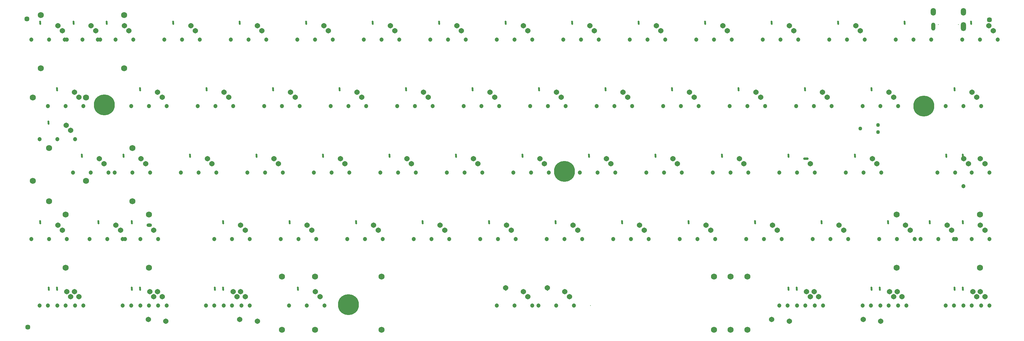
<source format=gbs>
G04*
G04 #@! TF.GenerationSoftware,Altium Limited,Altium Designer,23.6.0 (18)*
G04*
G04 Layer_Color=16711935*
%FSLAX25Y25*%
%MOIN*%
G70*
G04*
G04 #@! TF.SameCoordinates,B66D48C5-E07E-4974-9F6D-D9774B8395A7*
G04*
G04*
G04 #@! TF.FilePolarity,Negative*
G04*
G01*
G75*
%ADD24C,0.03937*%
%ADD53C,0.04737*%
%ADD55C,0.00800*%
%ADD57C,0.06800*%
%ADD58C,0.23622*%
%ADD59C,0.04343*%
%ADD60O,0.04737X0.09068*%
%ADD61O,0.05918X0.08674*%
%ADD66C,0.05701*%
%ADD88C,0.06063*%
G04:AMPARAMS|DCode=89|XSize=47.24mil|YSize=21.26mil|CornerRadius=0mil|HoleSize=0mil|Usage=FLASHONLY|Rotation=95.000|XOffset=0mil|YOffset=0mil|HoleType=Round|Shape=Round|*
%AMOVALD89*
21,1,0.02598,0.02126,0.00000,0.00000,95.0*
1,1,0.02126,0.00113,-0.01294*
1,1,0.02126,-0.00113,0.01294*
%
%ADD89OVALD89*%

%ADD90O,0.06063X0.03937*%
%ADD91O,0.05918X0.10249*%
%ADD92O,0.06063X0.02953*%
D24*
X992717Y-82874D02*
D03*
X980906D02*
D03*
X986811D02*
D03*
X980906Y-67126D02*
D03*
X992717D02*
D03*
X986811D02*
D03*
X587157Y-156697D02*
D03*
X575347D02*
D03*
X581252D02*
D03*
X575347Y-140949D02*
D03*
X587157D02*
D03*
X581252D02*
D03*
X343429Y-306949D02*
D03*
X331618D02*
D03*
X337524D02*
D03*
X331618Y-291201D02*
D03*
X343429D02*
D03*
X337524D02*
D03*
X68110Y-81496D02*
D03*
X56299D02*
D03*
X62205D02*
D03*
X56299Y-65748D02*
D03*
X68110D02*
D03*
X62205D02*
D03*
D53*
X591877Y-300000D02*
D03*
X551877D02*
D03*
X571877D02*
D03*
X545002D02*
D03*
X505002D02*
D03*
X525002D02*
D03*
X45630Y-225000D02*
D03*
X85630D02*
D03*
X83130D02*
D03*
X123130D02*
D03*
X65630D02*
D03*
X103130D02*
D03*
X1003125D02*
D03*
X1040625D02*
D03*
X1060625D02*
D03*
X1020625D02*
D03*
X1023125D02*
D03*
X983125D02*
D03*
X9331Y-112480D02*
D03*
X-10669D02*
D03*
X29331D02*
D03*
X26850Y-150000D02*
D03*
X66850D02*
D03*
X46850D02*
D03*
X1001875D02*
D03*
X1060625D02*
D03*
X1040625D02*
D03*
X1021875D02*
D03*
X37500Y0D02*
D03*
X0D02*
D03*
X57500D02*
D03*
X17500D02*
D03*
X20000D02*
D03*
X-20000D02*
D03*
X976250Y-225000D02*
D03*
X936250D02*
D03*
X956250D02*
D03*
X112502Y-300000D02*
D03*
X123127D02*
D03*
X83127D02*
D03*
X132502D02*
D03*
X92502D02*
D03*
X103127D02*
D03*
X937502D02*
D03*
X946877D02*
D03*
X926877D02*
D03*
X966877D02*
D03*
X917502D02*
D03*
X957502D02*
D03*
X9377D02*
D03*
X-10623D02*
D03*
X29377D02*
D03*
X18752D02*
D03*
X-1248D02*
D03*
X38752D02*
D03*
X18752D02*
D03*
X9377D02*
D03*
X196877D02*
D03*
X176877D02*
D03*
X216877D02*
D03*
X206252D02*
D03*
X186252D02*
D03*
X226252D02*
D03*
X206252D02*
D03*
X196877D02*
D03*
X863752D02*
D03*
X823752D02*
D03*
X873127D02*
D03*
X833127D02*
D03*
X843752D02*
D03*
X853127D02*
D03*
X1051250D02*
D03*
X1011250D02*
D03*
X1060625D02*
D03*
X1020625D02*
D03*
X1031250D02*
D03*
X1040625D02*
D03*
X18750Y-75000D02*
D03*
X-1250D02*
D03*
X38750D02*
D03*
X1031468Y-165327D02*
D03*
X226251Y-225000D02*
D03*
X186251D02*
D03*
X206251D02*
D03*
X301251D02*
D03*
X261251D02*
D03*
X281251D02*
D03*
X376252D02*
D03*
X336252D02*
D03*
X356252D02*
D03*
X451251D02*
D03*
X411251D02*
D03*
X431251D02*
D03*
X526251D02*
D03*
X486251D02*
D03*
X506251D02*
D03*
X601251D02*
D03*
X561251D02*
D03*
X581251D02*
D03*
X676251D02*
D03*
X636251D02*
D03*
X656251D02*
D03*
X751251D02*
D03*
X711251D02*
D03*
X731251D02*
D03*
X826251D02*
D03*
X786251D02*
D03*
X806251D02*
D03*
X901251D02*
D03*
X861251D02*
D03*
X881251D02*
D03*
X310625Y-300000D02*
D03*
X270625D02*
D03*
X290625D02*
D03*
X188750Y-150000D02*
D03*
X148750D02*
D03*
X168750D02*
D03*
X263750D02*
D03*
X223750D02*
D03*
X243750D02*
D03*
X338750D02*
D03*
X298750D02*
D03*
X318750D02*
D03*
X413750D02*
D03*
X373750D02*
D03*
X393750D02*
D03*
X488750D02*
D03*
X448750D02*
D03*
X468750D02*
D03*
X563750D02*
D03*
X523750D02*
D03*
X543750D02*
D03*
X638750D02*
D03*
X598750D02*
D03*
X618750D02*
D03*
X713750D02*
D03*
X673750D02*
D03*
X693750D02*
D03*
X788750D02*
D03*
X748750D02*
D03*
X768750D02*
D03*
X863750D02*
D03*
X823750D02*
D03*
X843750D02*
D03*
X20000Y-225000D02*
D03*
X-20000D02*
D03*
X0D02*
D03*
X938750Y-150000D02*
D03*
X898750D02*
D03*
X918750D02*
D03*
X113850D02*
D03*
X73850D02*
D03*
X93850D02*
D03*
X132500Y-75000D02*
D03*
X92500D02*
D03*
X112500D02*
D03*
X207500D02*
D03*
X167500D02*
D03*
X187500D02*
D03*
X282500D02*
D03*
X242500D02*
D03*
X262500D02*
D03*
X357500D02*
D03*
X317500D02*
D03*
X337500D02*
D03*
X432500D02*
D03*
X392500D02*
D03*
X412500D02*
D03*
X582500D02*
D03*
X542500D02*
D03*
X562500D02*
D03*
X732500D02*
D03*
X692500D02*
D03*
X712500D02*
D03*
X807500D02*
D03*
X767500D02*
D03*
X787500D02*
D03*
X882500D02*
D03*
X842500D02*
D03*
X862500D02*
D03*
X1051250D02*
D03*
X1011250D02*
D03*
X1031250D02*
D03*
X507500D02*
D03*
X467500D02*
D03*
X487500D02*
D03*
X657500D02*
D03*
X617500D02*
D03*
X637500D02*
D03*
X957500D02*
D03*
X917500D02*
D03*
X937500D02*
D03*
X95000Y0D02*
D03*
X55000D02*
D03*
X75000D02*
D03*
X170000D02*
D03*
X130000D02*
D03*
X150000D02*
D03*
X245000D02*
D03*
X205000D02*
D03*
X225000D02*
D03*
X320000D02*
D03*
X280000D02*
D03*
X300000D02*
D03*
X395000D02*
D03*
X355000D02*
D03*
X375000D02*
D03*
X470000D02*
D03*
X430000D02*
D03*
X450000D02*
D03*
X545000D02*
D03*
X505000D02*
D03*
X525000D02*
D03*
X620000D02*
D03*
X580000D02*
D03*
X600000D02*
D03*
X695000D02*
D03*
X655000D02*
D03*
X675000D02*
D03*
X770000D02*
D03*
X730000D02*
D03*
X750000D02*
D03*
X845000D02*
D03*
X805000D02*
D03*
X825000D02*
D03*
X920000D02*
D03*
X880000D02*
D03*
X900000D02*
D03*
X995000D02*
D03*
X955000D02*
D03*
X975000D02*
D03*
X1070000D02*
D03*
X1030000D02*
D03*
X1050000D02*
D03*
X551877Y-300000D02*
D03*
X545002D02*
D03*
X525002D02*
D03*
X505002D02*
D03*
X571877D02*
D03*
D55*
X590657D02*
D03*
X1002992Y16850D02*
D03*
X1025748D02*
D03*
X610656Y-300000D02*
D03*
D57*
X112630Y-197500D02*
D03*
Y-257500D02*
D03*
X18630D02*
D03*
Y-197500D02*
D03*
X1050125D02*
D03*
Y-257500D02*
D03*
X956125D02*
D03*
Y-197500D02*
D03*
X-18169Y-65480D02*
D03*
X41831D02*
D03*
Y-159480D02*
D03*
X-18169D02*
D03*
X-150Y-122500D02*
D03*
Y-182500D02*
D03*
X93850D02*
D03*
Y-122500D02*
D03*
X-9500Y27500D02*
D03*
Y-32500D02*
D03*
X84500D02*
D03*
Y27500D02*
D03*
X262502Y-327500D02*
D03*
Y-267500D02*
D03*
X787502D02*
D03*
Y-327500D02*
D03*
X768742D02*
D03*
Y-267500D02*
D03*
X375041D02*
D03*
Y-327500D02*
D03*
X750002D02*
D03*
Y-267500D02*
D03*
X300002Y-327500D02*
D03*
Y-267500D02*
D03*
D58*
X986811Y-75000D02*
D03*
X581252Y-148823D02*
D03*
X337524Y-299075D02*
D03*
X62205Y-73622D02*
D03*
D59*
X915024Y-100279D02*
D03*
X935024Y-96280D02*
D03*
Y-104279D02*
D03*
D60*
X997362Y14764D02*
D03*
D61*
X1031378Y31220D02*
D03*
X997362D02*
D03*
D66*
X-23976Y-324279D02*
D03*
X-24976Y23221D02*
D03*
X1060524Y22220D02*
D03*
D88*
X586877Y-290000D02*
D03*
X581719Y-284252D02*
D03*
X937967Y-317717D02*
D03*
X918283Y-315748D02*
D03*
X234842Y-317717D02*
D03*
X215158Y-315748D02*
D03*
X131718Y-317717D02*
D03*
X112032Y-315748D02*
D03*
X834842Y-317717D02*
D03*
X815158Y-315748D02*
D03*
X540002Y-290000D02*
D03*
X534844Y-284252D02*
D03*
X75472Y-209252D02*
D03*
X80630Y-215000D02*
D03*
X118130D02*
D03*
X1055625D02*
D03*
X1050467Y-209252D02*
D03*
X1018125Y-215000D02*
D03*
X1012967Y-209252D02*
D03*
X19173Y-96732D02*
D03*
X24331Y-102480D02*
D03*
X56693Y-134252D02*
D03*
X61850Y-140000D02*
D03*
X1036875D02*
D03*
X1031717Y-134252D02*
D03*
X1050467D02*
D03*
X1055625Y-140000D02*
D03*
X52500Y10000D02*
D03*
X47343Y15748D02*
D03*
X15000Y10000D02*
D03*
X9843Y15748D02*
D03*
X971250Y-215000D02*
D03*
X966092Y-209252D02*
D03*
X127502Y-290000D02*
D03*
X118127D02*
D03*
X113757Y-284252D02*
D03*
X122345D02*
D03*
X956719D02*
D03*
X961877Y-290000D02*
D03*
X948132Y-284252D02*
D03*
X952502Y-290000D02*
D03*
X20007Y-284252D02*
D03*
X24377Y-290000D02*
D03*
X28594Y-284252D02*
D03*
X33752Y-290000D02*
D03*
X207507Y-284252D02*
D03*
X211877Y-290000D02*
D03*
X216094Y-284252D02*
D03*
X221252Y-290000D02*
D03*
X858752D02*
D03*
X854382Y-284252D02*
D03*
X868127Y-290000D02*
D03*
X862969Y-284252D02*
D03*
X1046250Y-290000D02*
D03*
X1041880Y-284252D02*
D03*
X1055625Y-290000D02*
D03*
X1050467Y-284252D02*
D03*
X28593Y-59252D02*
D03*
X33750Y-65000D02*
D03*
X221251Y-215000D02*
D03*
X216093Y-209252D02*
D03*
X296251Y-215000D02*
D03*
X291093Y-209252D02*
D03*
X371252Y-215000D02*
D03*
X366094Y-209252D02*
D03*
X446251Y-215000D02*
D03*
X441093Y-209252D02*
D03*
X521251Y-215000D02*
D03*
X516093Y-209252D02*
D03*
X596251Y-215000D02*
D03*
X591093Y-209252D02*
D03*
X671251Y-215000D02*
D03*
X666093Y-209252D02*
D03*
X746251Y-215000D02*
D03*
X741093Y-209252D02*
D03*
X821251Y-215000D02*
D03*
X816094Y-209252D02*
D03*
X896251Y-215000D02*
D03*
X891094Y-209252D02*
D03*
X305625Y-290000D02*
D03*
X300467Y-284252D02*
D03*
X183750Y-140000D02*
D03*
X178593Y-134252D02*
D03*
X258750Y-140000D02*
D03*
X253592Y-134252D02*
D03*
X333750Y-140000D02*
D03*
X328592Y-134252D02*
D03*
X408750Y-140000D02*
D03*
X403592Y-134252D02*
D03*
X483750Y-140000D02*
D03*
X478592Y-134252D02*
D03*
X558750Y-140000D02*
D03*
X553592Y-134252D02*
D03*
X633750Y-140000D02*
D03*
X628592Y-134252D02*
D03*
X708750Y-140000D02*
D03*
X703592Y-134252D02*
D03*
X783750Y-140000D02*
D03*
X778592Y-134252D02*
D03*
X858750Y-140000D02*
D03*
X15000Y-215000D02*
D03*
X9843Y-209252D02*
D03*
X933750Y-140000D02*
D03*
X928592Y-134252D02*
D03*
X108850Y-140000D02*
D03*
X103693Y-134252D02*
D03*
X127500Y-65000D02*
D03*
X122343Y-59252D02*
D03*
X202500Y-65000D02*
D03*
X197343Y-59252D02*
D03*
X277500Y-65000D02*
D03*
X272342Y-59252D02*
D03*
X352500Y-65000D02*
D03*
X347342Y-59252D02*
D03*
X427500Y-65000D02*
D03*
X422342Y-59252D02*
D03*
X577500Y-65000D02*
D03*
X572342Y-59252D02*
D03*
X727500Y-65000D02*
D03*
X722342Y-59252D02*
D03*
X802500Y-65000D02*
D03*
X797342Y-59252D02*
D03*
X877500Y-65000D02*
D03*
X872342Y-59252D02*
D03*
X1046250Y-65000D02*
D03*
X1041092Y-59252D02*
D03*
X502500Y-65000D02*
D03*
X497342Y-59252D02*
D03*
X652500Y-65000D02*
D03*
X647342Y-59252D02*
D03*
X952500Y-65000D02*
D03*
X947342Y-59252D02*
D03*
X90000Y10000D02*
D03*
X84842Y15748D02*
D03*
X165000Y10000D02*
D03*
X159843Y15748D02*
D03*
X240000Y10000D02*
D03*
X234842Y15748D02*
D03*
X315000Y10000D02*
D03*
X309842Y15748D02*
D03*
X390000Y10000D02*
D03*
X384842Y15748D02*
D03*
X465000Y10000D02*
D03*
X459842Y15748D02*
D03*
X540000Y10000D02*
D03*
X534842Y15748D02*
D03*
X615000Y10000D02*
D03*
X609842Y15748D02*
D03*
X690000Y10000D02*
D03*
X684842Y15748D02*
D03*
X765000Y10000D02*
D03*
X759842Y15748D02*
D03*
X840000Y10000D02*
D03*
X834842Y15748D02*
D03*
X915000Y10000D02*
D03*
X909842Y15748D02*
D03*
X1065000Y10000D02*
D03*
X1059842Y15748D02*
D03*
X540002Y-290000D02*
D03*
X561877Y-280000D02*
D03*
X515002D02*
D03*
X586877Y-290000D02*
D03*
D89*
X562035Y-281142D02*
D03*
X515160D02*
D03*
X55787Y-206142D02*
D03*
X93287D02*
D03*
X1030783D02*
D03*
X993283D02*
D03*
X-512Y-93622D02*
D03*
X37008Y-131142D02*
D03*
X1012033D02*
D03*
X1030783D02*
D03*
X27657Y18858D02*
D03*
X-9843D02*
D03*
X946408Y-206142D02*
D03*
X102659Y-281142D02*
D03*
X93284D02*
D03*
X937034D02*
D03*
X927659D02*
D03*
X-466D02*
D03*
X8909D02*
D03*
X187034D02*
D03*
X196409D02*
D03*
X833909D02*
D03*
X843284D02*
D03*
X1021408D02*
D03*
X1030783D02*
D03*
X8907Y-56142D02*
D03*
X196408Y-206142D02*
D03*
X271409D02*
D03*
X346410D02*
D03*
X421409D02*
D03*
X496409D02*
D03*
X571409D02*
D03*
X646409D02*
D03*
X721409D02*
D03*
X796409D02*
D03*
X871408D02*
D03*
X280783Y-281142D02*
D03*
X158907Y-131142D02*
D03*
X233908D02*
D03*
X308908D02*
D03*
X383908D02*
D03*
X458908D02*
D03*
X533908D02*
D03*
X608908D02*
D03*
X683908D02*
D03*
X758908D02*
D03*
X833908D02*
D03*
X-9843Y-206142D02*
D03*
X908908Y-131142D02*
D03*
X84008D02*
D03*
X102657Y-56142D02*
D03*
X177657D02*
D03*
X252658D02*
D03*
X327658D02*
D03*
X402658D02*
D03*
X552658D02*
D03*
X702658D02*
D03*
X777658D02*
D03*
X852658D02*
D03*
X1021408D02*
D03*
X477658D02*
D03*
X627658D02*
D03*
X927658D02*
D03*
X65158Y18858D02*
D03*
X140157D02*
D03*
X215158D02*
D03*
X290158D02*
D03*
X365158D02*
D03*
X440158D02*
D03*
X515158D02*
D03*
X590158D02*
D03*
X665158D02*
D03*
X740158D02*
D03*
X815158D02*
D03*
X890158D02*
D03*
X965158D02*
D03*
X1040158D02*
D03*
D90*
X112972Y-209252D02*
D03*
D91*
X1031378Y14764D02*
D03*
D92*
X853592Y-134252D02*
D03*
M02*

</source>
